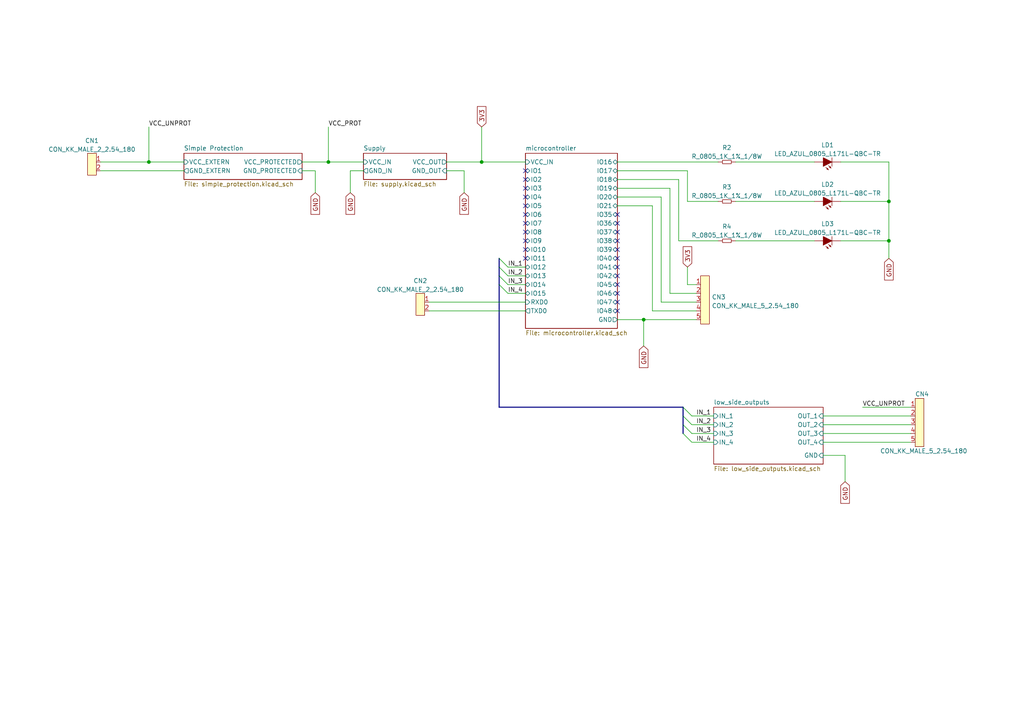
<source format=kicad_sch>
(kicad_sch (version 20211123) (generator eeschema)
  (paper "A4")
  (title_block (title "ESP32S3 Generic Board") (date "2022-05-16") (rev "0.0.0") (company "Flavio Industries") (comment 1 "Author: Flávio Oliveira") (comment 2 "Variant 1: Full"))
  (lib_symbols
    (symbol "minha_lib_:CON_KK_MALE_2_2.54_180" (pin_names hide)
      (property "Reference" "CN" (at 1.27 3.81 0))
      (property "Value" "CON_KK_MALE_2_2.54_180" (at 1.27 -6.35 0))
      (symbol "CON_KK_MALE_2_2.54_180_0_1"
        (rectangle (start 1.27 2.54) (end 3.81 -3.81) (stroke (width 0.1524)) (fill (type background)))
      )
      (symbol "CON_KK_MALE_2_2.54_180_1_1"
        (pin unspecified line (at 0 0 0) (length 1.27) (name "1") (number "1"))
        (pin unspecified line (at 0 -2.54 0) (length 1.27) (name "2") (number "2"))
      )
    )
    (symbol "minha_lib_:CON_KK_MALE_5_2.54_180" (pin_names hide)
      (property "Reference" "CN" (at 1.27 3.81 0))
      (property "Value" "CON_KK_MALE_5_2.54_180" (at 1.27 -13.97 0))
      (symbol "CON_KK_MALE_5_2.54_180_0_1"
        (rectangle (start 1.27 2.54) (end 3.81 -11.43) (stroke (width 0.1524)) (fill (type background)))
      )
      (symbol "CON_KK_MALE_5_2.54_180_1_1"
        (pin unspecified line (at 0 0 0) (length 1.27) (name "1") (number "1"))
        (pin unspecified line (at 0 -2.54 0) (length 1.27) (name "2") (number "2"))
        (pin unspecified line (at 0 -5.08 0) (length 1.27) (name "3") (number "3"))
        (pin unspecified line (at 0 -7.62 0) (length 1.27) (name "4") (number "4"))
        (pin unspecified line (at 0 -10.16 0) (length 1.27) (name "5") (number "5"))
      )
    )
    (symbol "minha_lib_:LED_AZUL_0805_L171L-QBC-TR" (pin_numbers hide) (pin_names (offset 0) hide)
      (property "Reference" "LD" (at 0.254 3.556 0))
      (property "Value" "LED_AZUL_0805_L171L-QBC-TR" (at 0 10.16 0))
      (symbol "LED_AZUL_0805_L171L-QBC-TR_0_1"
        (polyline (pts (xy 0 1.27) (xy 0 -1.27)) (stroke (width 0.1524)))
        (polyline (pts (xy 2.54 0) (xy 2.54 1.27)) (stroke (width 0.1524)))
        (polyline (pts (xy 2.54 0) (xy 2.54 -1.27) (xy 0 0) (xy 2.54 1.27)) (stroke (width 0.1524)) (fill (type outline)))
        (polyline (pts (xy 1.016 1.016) (xy 0.762 1.27) (xy 0.508 1.524) (xy 0.762 1.524) (xy 0.254 1.778) (xy 0.508 1.27) (xy 0.508 1.524)) (stroke (width 0.1524)) (fill (type outline)))
        (polyline (pts (xy 1.778 1.524) (xy 1.524 1.778) (xy 1.27 2.032) (xy 1.524 2.032) (xy 1.016 2.286) (xy 1.27 1.778) (xy 1.27 2.032)) (stroke (width 0.1524)) (fill (type outline)))
      )
      (symbol "LED_AZUL_0805_L171L-QBC-TR_1_1"
        (pin unspecified line (at -2.54 0 0) (length 2.54) (name "CATHODE") (number "1"))
        (pin unspecified line (at 5.08 0 180) (length 2.54) (name "ANODE") (number "2"))
      )
    )
    (symbol "minha_lib_:R_0805_1K_1%_1{slash}8W" (pin_numbers hide) (pin_names (offset 0) hide)
      (property "Reference" "R" (at 2.54 1.524 0))
      (property "Value" "R_0805_1K_1%_1{slash}8W" (at 2.032 -2.032 0))
      (symbol "R_0805_1K_1%_1{slash}8W_0_1"
        (polyline (pts (xy 1.27 0.508) (xy 1.27 -0.508) (xy 3.81 -0.508) (xy 3.81 0.508) (xy 1.27 0.508)) (stroke (width 0.1524)))
      )
      (symbol "R_0805_1K_1%_1{slash}8W_1_1"
        (pin unspecified line (at 0 0 0) (length 1.27) (name "CATHODE") (number "1"))
        (pin unspecified line (at 5.08 0 180) (length 1.27) (name "ANODE") (number "2"))
      )
    )
  )
  (junction (at 186.69 92.71))
  (junction (at 139.7 46.99))
  (junction (at 257.81 58.42))
  (junction (at 43.18 46.99))
  (junction (at 257.81 69.85))
  (junction (at 95.25 46.99))
  (no_connect (at 152.4 49.53))
  (no_connect (at 152.4 52.07))
  (no_connect (at 152.4 54.61))
  (no_connect (at 152.4 57.15))
  (no_connect (at 152.4 59.69))
  (no_connect (at 152.4 62.23))
  (no_connect (at 152.4 64.77))
  (no_connect (at 152.4 67.31))
  (no_connect (at 152.4 69.85))
  (no_connect (at 152.4 72.39))
  (no_connect (at 152.4 74.93))
  (no_connect (at 179.07 90.17))
  (no_connect (at 179.07 67.31))
  (no_connect (at 179.07 64.77))
  (no_connect (at 179.07 62.23))
  (no_connect (at 179.07 69.85))
  (no_connect (at 179.07 74.93))
  (no_connect (at 179.07 80.01))
  (no_connect (at 179.07 77.47))
  (no_connect (at 179.07 87.63))
  (no_connect (at 179.07 85.09))
  (no_connect (at 179.07 82.55))
  (no_connect (at 179.07 72.39))
  (bus_entry (at 144.78 82.55) (size 2.54 2.54))
  (bus_entry (at 144.78 80.01) (size 2.54 2.54))
  (bus_entry (at 144.78 77.47) (size 2.54 2.54))
  (bus_entry (at 144.78 74.93) (size 2.54 2.54))
  (bus_entry (at 198.12 118.11) (size 2.54 2.54))
  (bus_entry (at 198.12 120.65) (size 2.54 2.54))
  (bus_entry (at 198.12 125.73) (size 2.54 2.54))
  (bus_entry (at 198.12 123.19) (size 2.54 2.54))
  (wire (pts (xy 29.21 49.53) (xy 53.34 49.53)))
  (wire (pts (xy 87.63 46.99) (xy 95.25 46.99)))
  (wire (pts (xy 124.46 87.63) (xy 152.4 87.63)))
  (wire (pts (xy 245.11 139.7) (xy 245.11 132.08)))
  (wire (pts (xy 257.81 46.99) (xy 257.81 58.42)))
  (wire (pts (xy 194.31 54.61) (xy 194.31 85.09)))
  (wire (pts (xy 200.66 125.73) (xy 207.01 125.73)))
  (wire (pts (xy 43.18 36.83) (xy 43.18 46.99)))
  (bus (pts (xy 144.78 74.93) (xy 144.78 77.47)))
  (wire (pts (xy 196.85 69.85) (xy 208.28 69.85)))
  (wire (pts (xy 29.21 46.99) (xy 43.18 46.99)))
  (wire (pts (xy 147.32 82.55) (xy 152.4 82.55)))
  (wire (pts (xy 186.69 92.71) (xy 179.07 92.71)))
  (wire (pts (xy 257.81 69.85) (xy 257.81 74.93)))
  (wire (pts (xy 257.81 58.42) (xy 257.81 69.85)))
  (wire (pts (xy 147.32 85.09) (xy 152.4 85.09)))
  (wire (pts (xy 238.76 125.73) (xy 264.16 125.73)))
  (wire (pts (xy 179.07 54.61) (xy 194.31 54.61)))
  (wire (pts (xy 250.19 118.11) (xy 264.16 118.11)))
  (wire (pts (xy 95.25 46.99) (xy 105.41 46.99)))
  (wire (pts (xy 243.84 46.99) (xy 257.81 46.99)))
  (bus (pts (xy 144.78 77.47) (xy 144.78 80.01)))
  (wire (pts (xy 243.84 58.42) (xy 257.81 58.42)))
  (wire (pts (xy 238.76 123.19) (xy 264.16 123.19)))
  (wire (pts (xy 179.07 59.69) (xy 189.23 59.69)))
  (wire (pts (xy 134.62 55.88) (xy 134.62 49.53)))
  (wire (pts (xy 191.77 87.63) (xy 201.93 87.63)))
  (wire (pts (xy 199.39 49.53) (xy 199.39 58.42)))
  (wire (pts (xy 213.36 46.99) (xy 236.22 46.99)))
  (bus (pts (xy 198.12 120.65) (xy 198.12 123.19)))
  (wire (pts (xy 101.6 49.53) (xy 101.6 55.88)))
  (wire (pts (xy 129.54 46.99) (xy 139.7 46.99)))
  (wire (pts (xy 179.07 52.07) (xy 196.85 52.07)))
  (wire (pts (xy 196.85 52.07) (xy 196.85 69.85)))
  (wire (pts (xy 245.11 132.08) (xy 238.76 132.08)))
  (bus (pts (xy 144.78 82.55) (xy 144.78 118.11)))
  (wire (pts (xy 179.07 46.99) (xy 208.28 46.99)))
  (wire (pts (xy 91.44 49.53) (xy 87.63 49.53)))
  (wire (pts (xy 105.41 49.53) (xy 101.6 49.53)))
  (bus (pts (xy 198.12 123.19) (xy 198.12 125.73)))
  (wire (pts (xy 200.66 123.19) (xy 207.01 123.19)))
  (wire (pts (xy 191.77 57.15) (xy 191.77 87.63)))
  (wire (pts (xy 189.23 59.69) (xy 189.23 90.17)))
  (wire (pts (xy 200.66 120.65) (xy 207.01 120.65)))
  (wire (pts (xy 201.93 82.55) (xy 199.39 82.55)))
  (wire (pts (xy 191.77 57.15) (xy 179.07 57.15)))
  (wire (pts (xy 199.39 58.42) (xy 208.28 58.42)))
  (bus (pts (xy 144.78 118.11) (xy 198.12 118.11)))
  (wire (pts (xy 243.84 69.85) (xy 257.81 69.85)))
  (wire (pts (xy 213.36 69.85) (xy 236.22 69.85)))
  (wire (pts (xy 200.66 128.27) (xy 207.01 128.27)))
  (wire (pts (xy 186.69 100.33) (xy 186.69 92.71)))
  (wire (pts (xy 238.76 128.27) (xy 264.16 128.27)))
  (wire (pts (xy 186.69 92.71) (xy 201.93 92.71)))
  (wire (pts (xy 147.32 80.01) (xy 152.4 80.01)))
  (bus (pts (xy 198.12 118.11) (xy 198.12 120.65)))
  (wire (pts (xy 134.62 49.53) (xy 129.54 49.53)))
  (bus (pts (xy 144.78 80.01) (xy 144.78 82.55)))
  (wire (pts (xy 43.18 46.99) (xy 53.34 46.99)))
  (wire (pts (xy 179.07 49.53) (xy 199.39 49.53)))
  (wire (pts (xy 199.39 82.55) (xy 199.39 77.47)))
  (wire (pts (xy 201.93 85.09) (xy 194.31 85.09)))
  (wire (pts (xy 147.32 77.47) (xy 152.4 77.47)))
  (wire (pts (xy 91.44 55.88) (xy 91.44 49.53)))
  (wire (pts (xy 201.93 90.17) (xy 189.23 90.17)))
  (wire (pts (xy 139.7 46.99) (xy 152.4 46.99)))
  (wire (pts (xy 213.36 58.42) (xy 236.22 58.42)))
  (wire (pts (xy 95.25 36.83) (xy 95.25 46.99)))
  (wire (pts (xy 238.76 120.65) (xy 264.16 120.65)))
  (wire (pts (xy 139.7 36.83) (xy 139.7 46.99)))
  (wire (pts (xy 124.46 90.17) (xy 152.4 90.17)))
  (label "VCC_UNPROT" (at 43.18 36.83 0))
  (label "IN_2" (at 147.32 80.01 0))
  (label "VCC_PROT" (at 95.25 36.83 0))
  (label "IN_2" (at 201.93 123.19 0))
  (label "IN_3" (at 147.32 82.55 0))
  (label "IN_4" (at 147.32 85.09 0))
  (label "IN_1" (at 147.32 77.47 0))
  (label "VCC_UNPROT" (at 250.19 118.11 0))
  (label "IN_4" (at 201.93 128.27 0))
  (label "IN_1" (at 201.93 120.65 0))
  (label "IN_3" (at 201.93 125.73 0))
  (global_label "3V3" (shape input) (at 139.7 36.83 90) (property "Intersheet References" "${INTERSHEET_REFS}" (effects hide)))
  (global_label "GND" (shape input) (at 257.81 74.93 270) (property "Intersheet References" "${INTERSHEET_REFS}" (effects hide)))
  (global_label "GND" (shape input) (at 245.11 139.7 270) (property "Intersheet References" "${INTERSHEET_REFS}" (effects hide)))
  (global_label "3V3" (shape input) (at 199.39 77.47 90) (property "Intersheet References" "${INTERSHEET_REFS}" (effects hide)))
  (global_label "GND" (shape input) (at 186.69 100.33 270) (property "Intersheet References" "${INTERSHEET_REFS}" (effects hide)))
  (global_label "GND" (shape input) (at 134.62 55.88 270) (property "Intersheet References" "${INTERSHEET_REFS}" (effects hide)))
  (global_label "GND" (shape input) (at 101.6 55.88 270) (property "Intersheet References" "${INTERSHEET_REFS}" (effects hide)))
  (global_label "GND" (shape input) (at 91.44 55.88 270) (property "Intersheet References" "${INTERSHEET_REFS}" (effects hide)))
  (symbol (lib_id "minha_lib_:R_0805_1K_1%_1{slash}8W") (at 208.28 58.42 0) (unit 1)
    (property "Reference" "R3" (at 210.82 54.263 0))
    (property "Value" "R_0805_1K_1%_1/8W" (at 210.82 56.7999 0))
    (property "Footprint" "minha_lib:RES_0805" (effects hide))
    (property "Datasheet" "https://www.seielect.com/catalog/sei-rmcf_rmcp.pdf" (effects hide))
    (property "PN" "RMCF0805FT1K00" (effects hide))
    (property "Link" "https://www.digikey.com.br/en/products/detail/stackpole-electronics-inc/RMCF0805FT1K00/1760676" (effects hide))
    (property "Detailed Description" "1 kOhms ±1% 0.125W, 1/8W Chip Resistor 0805 (2012 Metric) Automotive AEC-Q200 Thick Film" (effects hide))
    (property "Fabricante" "Stackpole Electronics Inc" (effects hide))
  )
  (symbol (lib_id "minha_lib_:CON_KK_MALE_5_2.54_180") (at 201.93 82.55 0) (unit 1)
    (property "Reference" "CN3" (at 206.4512 86.1603 0) (effects (justify left)))
    (property "Value" "CON_KK_MALE_5_2.54_180" (at 206.4512 88.6972 0) (effects (justify left)))
    (property "Footprint" "minha_lib:con_kk_male_5_2.54" (effects hide))
    (property "Datasheet" "https://www.molex.com/pdm_docs/sd/022272021_sd.pdf" (effects hide))
    (property "Link" "https://www.digikey.com.br/en/products/detail/molex/0022272051/1130580?s=N4IgTCBcDaIAxzEg7GOBWAjCAugXyA" (effects hide))
    (property "Detailed Description" "Connector Header Through Hole 5 position 0.100\" (2.54mm)" (effects hide))
    (property "PN" "0022272051" (effects hide))
    (property "Fabricante" "Molex" (effects hide))
  )
  (symbol (lib_id "minha_lib_:R_0805_1K_1%_1{slash}8W") (at 208.28 69.85 0) (unit 1)
    (property "Reference" "R4" (at 210.82 65.693 0))
    (property "Value" "R_0805_1K_1%_1/8W" (at 210.82 68.2299 0))
    (property "Footprint" "minha_lib:RES_0805" (effects hide))
    (property "Datasheet" "https://www.seielect.com/catalog/sei-rmcf_rmcp.pdf" (effects hide))
    (property "PN" "RMCF0805FT1K00" (effects hide))
    (property "Link" "https://www.digikey.com.br/en/products/detail/stackpole-electronics-inc/RMCF0805FT1K00/1760676" (effects hide))
    (property "Detailed Description" "1 kOhms ±1% 0.125W, 1/8W Chip Resistor 0805 (2012 Metric) Automotive AEC-Q200 Thick Film" (effects hide))
    (property "Fabricante" "Stackpole Electronics Inc" (effects hide))
  )
  (symbol (lib_id "minha_lib_:CON_KK_MALE_5_2.54_180") (at 264.16 118.11 0) (unit 1)
    (property "Reference" "CN4" (at 265.43 114.3 0) (effects (justify left)))
    (property "Value" "CON_KK_MALE_5_2.54_180" (at 255.27 130.81 0) (effects (justify left)))
    (property "Footprint" "minha_lib:con_kk_male_5_2.54" (effects hide))
    (property "Datasheet" "https://www.molex.com/pdm_docs/sd/022272021_sd.pdf" (effects hide))
    (property "Link" "https://www.digikey.com.br/en/products/detail/molex/0022272051/1130580?s=N4IgTCBcDaIAxzEg7GOBWAjCAugXyA" (effects hide))
    (property "Detailed Description" "Connector Header Through Hole 5 position 0.100\" (2.54mm)" (effects hide))
    (property "PN" "0022272051" (effects hide))
    (property "Fabricante" "Molex" (effects hide))
  )
  (symbol (lib_id "minha_lib_:CON_KK_MALE_2_2.54_180") (at 29.21 46.99 0) (mirror y) (unit 1)
    (property "Reference" "CN1" (at 26.67 40.801 0))
    (property "Value" "CON_KK_MALE_2_2.54_180" (at 26.67 43.3379 0))
    (property "Footprint" "minha_lib:con_kk_male_2_2.54" (effects hide))
    (property "Datasheet" "https://www.molex.com/pdm_docs/sd/022272021_sd.pdf" (effects hide))
    (property "Link" "https://www.digikey.com.br/en/products/detail/molex/0022272021/1130577?s=N4IgTCBcDa5mB2MAGMBGEBdAvkA" (effects hide))
    (property "Detailed Description" "Connector Header Through Hole 2 position 0.100\" (2.54mm)" (effects hide))
    (property "PN" "0022272021" (effects hide))
    (property "Fabricante" "Molex" (effects hide))
  )
  (symbol (lib_id "minha_lib_:R_0805_1K_1%_1{slash}8W") (at 208.28 46.99 0) (unit 1)
    (property "Reference" "R2" (at 210.82 42.833 0))
    (property "Value" "R_0805_1K_1%_1/8W" (at 210.82 45.3699 0))
    (property "Footprint" "minha_lib:RES_0805" (effects hide))
    (property "Datasheet" "https://www.seielect.com/catalog/sei-rmcf_rmcp.pdf" (effects hide))
    (property "PN" "RMCF0805FT1K00" (effects hide))
    (property "Link" "https://www.digikey.com.br/en/products/detail/stackpole-electronics-inc/RMCF0805FT1K00/1760676" (effects hide))
    (property "Detailed Description" "1 kOhms ±1% 0.125W, 1/8W Chip Resistor 0805 (2012 Metric) Automotive AEC-Q200 Thick Film" (effects hide))
    (property "Fabricante" "Stackpole Electronics Inc" (effects hide))
  )
  (symbol (lib_id "minha_lib_:LED_AZUL_0805_L171L-QBC-TR") (at 241.3 69.85 180) (unit 1)
    (property "Reference" "LD3" (at 240.03 64.931 0))
    (property "Value" "LED_AZUL_0805_L171L-QBC-TR" (at 240.03 67.4679 0))
    (property "Footprint" "minha_lib:LED_0805" (effects hide))
    (property "Datasheet" "http://www.aopled.com/AOP_PDFs/L171L-QBC.pdf" (effects hide))
    (property "PN" "L171L-QBC-TR" (effects hide))
    (property "Link" "https://www.digikey.com.br/en/products/detail/american-opto-plus-led/L171L-QBC-TR/12325437" (effects hide))
    (property "Detailed Description" "Blue 470nm LED Indication - Discrete 3.3V 0805 (2012 Metric)" (effects hide))
    (property "Fabricante" "American Opto Plus LED" (effects hide))
  )
  (symbol (lib_id "minha_lib_:LED_AZUL_0805_L171L-QBC-TR") (at 241.3 58.42 180) (unit 1)
    (property "Reference" "LD2" (at 240.03 53.501 0))
    (property "Value" "LED_AZUL_0805_L171L-QBC-TR" (at 240.03 56.0379 0))
    (property "Footprint" "minha_lib:LED_0805" (effects hide))
    (property "Datasheet" "http://www.aopled.com/AOP_PDFs/L171L-QBC.pdf" (effects hide))
    (property "PN" "L171L-QBC-TR" (effects hide))
    (property "Link" "https://www.digikey.com.br/en/products/detail/american-opto-plus-led/L171L-QBC-TR/12325437" (effects hide))
    (property "Detailed Description" "Blue 470nm LED Indication - Discrete 3.3V 0805 (2012 Metric)" (effects hide))
    (property "Fabricante" "American Opto Plus LED" (effects hide))
  )
  (symbol (lib_id "minha_lib_:CON_KK_MALE_2_2.54_180") (at 124.46 87.63 0) (mirror y) (unit 1)
    (property "Reference" "CN2" (at 121.92 81.441 0))
    (property "Value" "CON_KK_MALE_2_2.54_180" (at 121.92 83.9779 0))
    (property "Footprint" "minha_lib:con_kk_male_2_2.54" (effects hide))
    (property "Datasheet" "https://www.molex.com/pdm_docs/sd/022272021_sd.pdf" (effects hide))
    (property "Link" "https://www.digikey.com.br/en/products/detail/molex/0022272021/1130577?s=N4IgTCBcDa5mB2MAGMBGEBdAvkA" (effects hide))
    (property "Detailed Description" "Connector Header Through Hole 2 position 0.100\" (2.54mm)" (effects hide))
    (property "PN" "0022272021" (effects hide))
    (property "Fabricante" "Molex" (effects hide))
  )
  (symbol (lib_id "minha_lib_:LED_AZUL_0805_L171L-QBC-TR") (at 241.3 46.99 180) (unit 1)
    (property "Reference" "LD1" (at 240.03 42.071 0))
    (property "Value" "LED_AZUL_0805_L171L-QBC-TR" (at 240.03 44.6079 0))
    (property "Footprint" "minha_lib:LED_0805" (effects hide))
    (property "Datasheet" "http://www.aopled.com/AOP_PDFs/L171L-QBC.pdf" (effects hide))
    (property "PN" "L171L-QBC-TR" (effects hide))
    (property "Link" "https://www.digikey.com.br/en/products/detail/american-opto-plus-led/L171L-QBC-TR/12325437" (effects hide))
    (property "Detailed Description" "Blue 470nm LED Indication - Discrete 3.3V 0805 (2012 Metric)" (effects hide))
    (property "Fabricante" "American Opto Plus LED" (effects hide))
  )
  (sheet (at 152.4 44.45) (size 26.67 50.8) (stroke (width 0.1524))
    (property "Sheet name" "microcontroller" (at 152.4 43.7384 0) (effects (justify left bottom)))
    (property "Sheet file" "microcontroller.kicad_sch" (at 152.4 95.8346 0) (effects (justify left top)))
    (pin "VCC_IN" input (at 152.4 46.99 180))
    (pin "GND" output (at 179.07 92.71 0))
    (pin "IO14" bidirectional (at 152.4 82.55 180))
    (pin "IO47" bidirectional (at 179.07 87.63 0))
    (pin "IO21" bidirectional (at 179.07 59.69 0))
    (pin "IO13" bidirectional (at 152.4 80.01 180))
    (pin "IO48" bidirectional (at 179.07 90.17 0))
    (pin "IO45" bidirectional (at 179.07 82.55 0))
    (pin "IO9" bidirectional (at 152.4 69.85 180))
    (pin "IO3" bidirectional (at 152.4 54.61 180))
    (pin "IO46" bidirectional (at 179.07 85.09 0))
    (pin "IO10" bidirectional (at 152.4 72.39 180))
    (pin "IO11" bidirectional (at 152.4 74.93 180))
    (pin "IO12" bidirectional (at 152.4 77.47 180))
    (pin "IO36" bidirectional (at 179.07 64.77 0))
    (pin "IO35" bidirectional (at 179.07 62.23 0))
    (pin "IO37" bidirectional (at 179.07 67.31 0))
    (pin "IO41" bidirectional (at 179.07 77.47 0))
    (pin "IO38" bidirectional (at 179.07 69.85 0))
    (pin "IO39" bidirectional (at 179.07 72.39 0))
    (pin "IO40" bidirectional (at 179.07 74.93 0))
    (pin "IO42" bidirectional (at 179.07 80.01 0))
    (pin "RXD0" input (at 152.4 87.63 180))
    (pin "IO2" bidirectional (at 152.4 52.07 180))
    (pin "TXD0" output (at 152.4 90.17 180))
    (pin "IO1" bidirectional (at 152.4 49.53 180))
    (pin "IO16" bidirectional (at 179.07 46.99 0))
    (pin "IO17" bidirectional (at 179.07 49.53 0))
    (pin "IO4" bidirectional (at 152.4 57.15 180))
    (pin "IO5" bidirectional (at 152.4 59.69 180))
    (pin "IO6" bidirectional (at 152.4 62.23 180))
    (pin "IO7" bidirectional (at 152.4 64.77 180))
    (pin "IO15" bidirectional (at 152.4 85.09 180))
    (pin "IO18" bidirectional (at 179.07 52.07 0))
    (pin "IO8" bidirectional (at 152.4 67.31 180))
    (pin "IO19" bidirectional (at 179.07 54.61 0))
    (pin "IO20" bidirectional (at 179.07 57.15 0))
  )
  (sheet (at 53.34 44.45) (size 34.29 7.62) (stroke (width 0.1524))
    (property "Sheet name" "Simple Protection" (at 53.34 43.7384 0) (effects (justify left bottom)))
    (property "Sheet file" "simple_protection.kicad_sch" (at 53.34 52.6546 0) (effects (justify left top)))
    (pin "GND_EXTERN" output (at 53.34 49.53 180))
    (pin "VCC_EXTERN" input (at 53.34 46.99 180))
    (pin "VCC_PROTECTED" output (at 87.63 46.99 0))
    (pin "GND_PROTECTED" input (at 87.63 49.53 0))
  )
  (sheet (at 207.01 118.11) (size 31.75 16.51) (stroke (width 0.1524))
    (property "Sheet name" "low_side_outputs" (at 207.01 117.3984 0) (effects (justify left bottom)))
    (property "Sheet file" "low_side_outputs.kicad_sch" (at 207.01 135.2046 0) (effects (justify left top)))
    (pin "IN_1" input (at 207.01 120.65 180))
    (pin "IN_2" input (at 207.01 123.19 180))
    (pin "OUT_1" input (at 238.76 120.65 0))
    (pin "OUT_2" input (at 238.76 123.19 0))
    (pin "GND" input (at 238.76 132.08 0))
    (pin "IN_4" input (at 207.01 128.27 180))
    (pin "IN_3" input (at 207.01 125.73 180))
    (pin "OUT_4" input (at 238.76 128.27 0))
    (pin "OUT_3" input (at 238.76 125.73 0))
  )
  (sheet (at 105.41 44.45) (size 24.13 7.62) (stroke (width 0.1524))
    (property "Sheet name" "Supply" (at 105.41 43.7384 0) (effects (justify left bottom)))
    (property "Sheet file" "supply.kicad_sch" (at 105.41 52.6546 0) (effects (justify left top)))
    (pin "GND_IN" output (at 105.41 49.53 180))
    (pin "VCC_IN" input (at 105.41 46.99 180))
    (pin "VCC_OUT" output (at 129.54 46.99 0))
    (pin "GND_OUT" input (at 129.54 49.53 0))
  )
)
</source>
